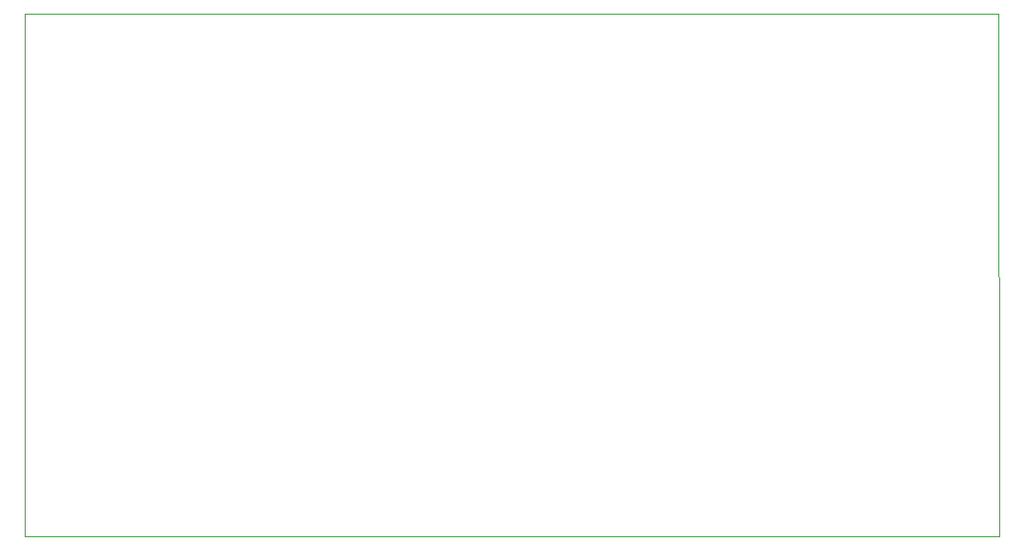
<source format=gbr>
%TF.GenerationSoftware,KiCad,Pcbnew,9.0.3*%
%TF.CreationDate,2025-12-02T00:44:42+11:00*%
%TF.ProjectId,guitar_amp,67756974-6172-45f6-916d-702e6b696361,rev?*%
%TF.SameCoordinates,Original*%
%TF.FileFunction,Profile,NP*%
%FSLAX46Y46*%
G04 Gerber Fmt 4.6, Leading zero omitted, Abs format (unit mm)*
G04 Created by KiCad (PCBNEW 9.0.3) date 2025-12-02 00:44:42*
%MOMM*%
%LPD*%
G01*
G04 APERTURE LIST*
%TA.AperFunction,Profile*%
%ADD10C,0.050000*%
%TD*%
G04 APERTURE END LIST*
D10*
X220700000Y-62200000D02*
X130700000Y-62200000D01*
X130700000Y-62200000D02*
X130700000Y-110600000D01*
X130700000Y-110600000D02*
X220800000Y-110600000D01*
X220800000Y-110600000D02*
X220700000Y-62200000D01*
M02*

</source>
